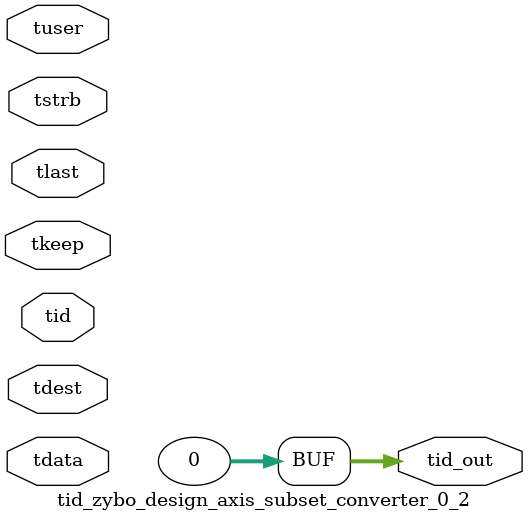
<source format=v>


`timescale 1ps/1ps

module tid_zybo_design_axis_subset_converter_0_2 #
(
parameter C_S_AXIS_TID_WIDTH   = 1,
parameter C_S_AXIS_TUSER_WIDTH = 0,
parameter C_S_AXIS_TDATA_WIDTH = 0,
parameter C_S_AXIS_TDEST_WIDTH = 0,
parameter C_M_AXIS_TID_WIDTH   = 32
)
(
input  [(C_S_AXIS_TID_WIDTH   == 0 ? 1 : C_S_AXIS_TID_WIDTH)-1:0       ] tid,
input  [(C_S_AXIS_TDATA_WIDTH == 0 ? 1 : C_S_AXIS_TDATA_WIDTH)-1:0     ] tdata,
input  [(C_S_AXIS_TUSER_WIDTH == 0 ? 1 : C_S_AXIS_TUSER_WIDTH)-1:0     ] tuser,
input  [(C_S_AXIS_TDEST_WIDTH == 0 ? 1 : C_S_AXIS_TDEST_WIDTH)-1:0     ] tdest,
input  [(C_S_AXIS_TDATA_WIDTH/8)-1:0 ] tkeep,
input  [(C_S_AXIS_TDATA_WIDTH/8)-1:0 ] tstrb,
input                                                                    tlast,
output [(C_M_AXIS_TID_WIDTH   == 0 ? 1 : C_M_AXIS_TID_WIDTH)-1:0       ] tid_out
);

assign tid_out = {1'b0};

endmodule


</source>
